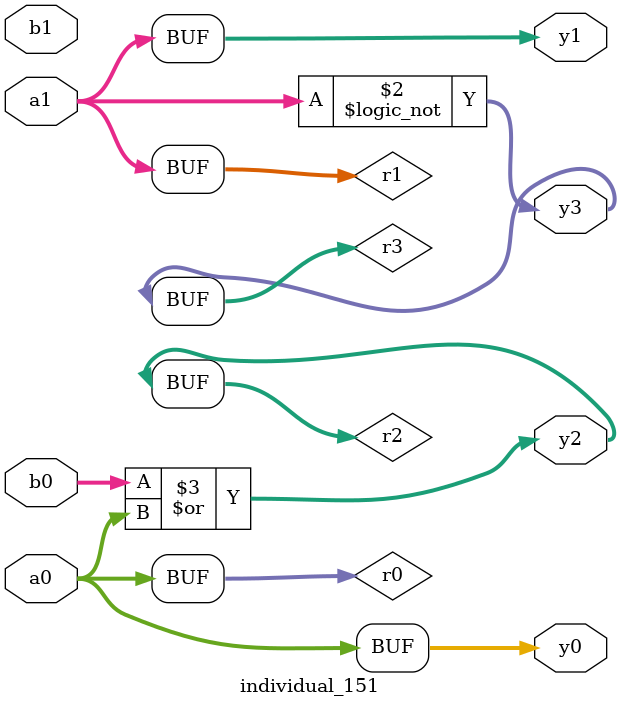
<source format=sv>
module individual_151(input logic [15:0] a1, input logic [15:0] a0, input logic [15:0] b1, input logic [15:0] b0, output logic [15:0] y3, output logic [15:0] y2, output logic [15:0] y1, output logic [15:0] y0);
logic [15:0] r0, r1, r2, r3; 
 always@(*) begin 
	 r0 = a0; r1 = a1; r2 = b0; r3 = b1; 
 	 r3 = ! r1 ;
 	 r2  |=  r0 ;
 	 y3 = r3; y2 = r2; y1 = r1; y0 = r0; 
end
endmodule
</source>
